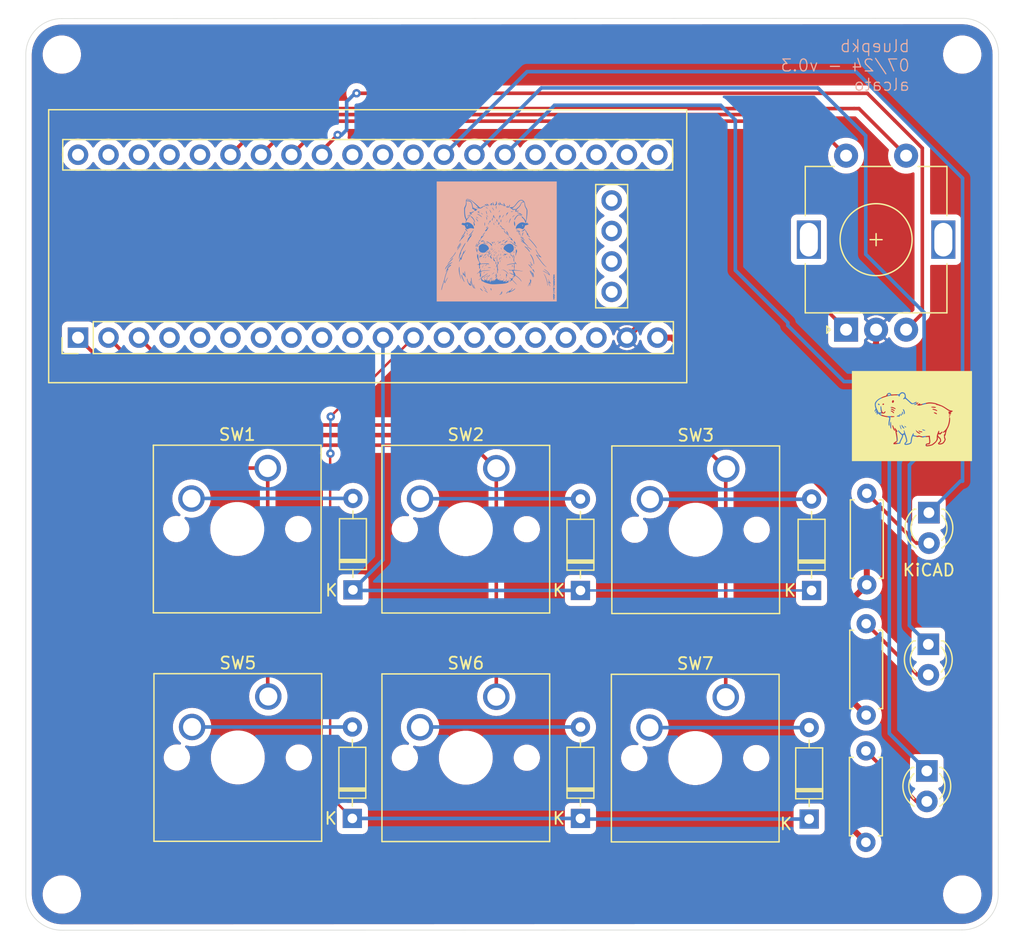
<source format=kicad_pcb>
(kicad_pcb (version 20240108) (generator "pcbnew") (generator_version "8.0")
  (layers (0 "F.Cu" signal) (31 "B.Cu" signal) (34 "B.Paste" user) (35 "F.Paste" user) (36 "B.SilkS" user "B.Silkscreen") (37 "F.SilkS" user "F.Silkscreen") (38 "B.Mask" user) (39 "F.Mask" user) (44 "Edge.Cuts" user))
  (net 0 "")
  (net 1 "Net-(D1-A)")
  (net 2 "/ROW_1")
  (net 3 "Net-(D2-A)")
  (net 4 "Net-(D3-A)")
  (net 6 "Net-(D5-A)")
  (net 7 "/ROW_2")
  (net 8 "Net-(D6-A)")
  (net 9 "Net-(D7-A)")
  (net 11 "/COL_1")
  (net 12 "/COL_2")
  (net 13 "/COL_3")
  (net 14 "/ENCODER_B")
  (net 15 "/ENCODER_S1")
  (net 16 "/ENCODER_S2")
  (net 17 "/ENCODER_A")
  (net 24 "Net-(D4-A)")
  (net 31 "/LED_YELLOW")
  (net 32 "/LED_GREEN")
  (net 43 "Net-(D8-A)")
  (net 50 "/GND")
  (net 51 "/LED_RED")
  (net 52 "Net-(D9-A)")
  (net 53 "+3.3V")
  (footprint "MountingHole:MountingHole_2.7mm_M2.5" (layer "F.Cu") (at 135 20)
    (property "Reference" "H1")
    (property "Value" "MountingHole")
    (pad "" np_thru_hole circle (at 0 0) (size 2.7 2.7) (drill 2.7) (layers "*.Cu" "*.Mask"))
  )
  (footprint "LED_THT:LED_D3.0mm" (layer "F.Cu") (at 207.05 79.7 -90)
    (property "Reference" "D9")
    (property "Value" "LED_Small")
    (pad "1" thru_hole rect (at 0 0 270) (size 1.8 1.8) (drill 0.9) (layers "*.Cu" "*.Mask") (net 51 "/LED_RED"))
    (pad "2" thru_hole circle (at 2.54 0 270) (size 1.8 1.8) (drill 0.9) (layers "*.Cu" "*.Mask") (net 52 "Net-(D9-A)"))
  )
  (footprint "Diode_THT:D_DO-35_SOD27_P7.62mm_Horizontal" (layer "F.Cu") (at 178.2 64.66 90)
    (property "Reference" "D2")
    (property "Value" "1N4148")
    (fp_text user "K" (at 0 -1.8 180) (layer "F.SilkS"))
    (pad "1" thru_hole rect (at 0 0 90) (size 1.6 1.6) (drill 0.8) (layers "*.Cu" "*.Mask") (net 2 "/ROW_1"))
    (pad "2" thru_hole oval (at 7.62 0 90) (size 1.6 1.6) (drill 0.8) (layers "*.Cu" "*.Mask") (net 3 "Net-(D2-A)"))
  )
  (footprint "LED_THT:LED_D3.0mm" (layer "F.Cu") (at 207.175 69.15 -90)
    (property "Reference" "D8")
    (property "Value" "LED_Small")
    (pad "1" thru_hole rect (at 0 0 270) (size 1.8 1.8) (drill 0.9) (layers "*.Cu" "*.Mask") (net 32 "/LED_GREEN"))
    (pad "2" thru_hole circle (at 2.54 0 270) (size 1.8 1.8) (drill 0.9) (layers "*.Cu" "*.Mask") (net 43 "Net-(D8-A)"))
  )
  (footprint "Button_Switch_Keyboard:SW_Cherry_MX_1.00u_PCB" (layer "F.Cu") (at 190.34 54.52)
    (property "Reference" "SW3" (at -2.54 -2.794 0) (layer "F.SilkS"))
    (property "Value" "SW_Push_45deg")
    (pad "" np_thru_hole circle (at -7.62 5.08) (size 1.7 1.7) (drill 1.7) (layers "*.Cu" "*.Mask"))
    (pad "" np_thru_hole circle (at -2.54 5.08) (size 4 4) (drill 4) (layers "*.Cu" "*.Mask"))
    (pad "" np_thru_hole circle (at 2.54 5.08) (size 1.7 1.7) (drill 1.7) (layers "*.Cu" "*.Mask"))
    (pad "1" thru_hole circle (at 0 0) (size 2.2 2.2) (drill 1.5) (layers "*.Cu" "*.Mask") (net 13 "/COL_3"))
    (pad "2" thru_hole circle (at -6.35 2.54) (size 2.2 2.2) (drill 1.5) (layers "*.Cu" "*.Mask") (net 4 "Net-(D3-A)"))
  )
  (footprint "Resistor_THT:R_Axial_DIN0207_L6.3mm_D2.5mm_P7.62mm_Horizontal" (layer "F.Cu") (at 201.975 85.65 90)
    (property "Reference" "R3")
    (property "Value" "330")
    (pad "1" thru_hole circle (at 0 0 90) (size 1.6 1.6) (drill 0.8) (layers "*.Cu" "*.Mask") (net 53 "+3.3V"))
    (pad "2" thru_hole oval (at 7.62 0 90) (size 1.6 1.6) (drill 0.8) (layers "*.Cu" "*.Mask") (net 52 "Net-(D9-A)"))
  )
  (footprint "Kicad-STM32:YAAJ_WeAct_BlackPill_SWD_2" (layer "F.Cu") (at 136.35 43.59 90)
    (property "Reference" "U1")
    (property "Value" "YAAJ_WeAct_BlackPill_Part_Like_SWD_Breakout" (hide yes))
    (pad "1" thru_hole rect (at 0 0 90) (size 1.7 1.7) (drill 1) (layers "*.Cu" "*.Mask") (net 11 "/COL_1"))
    (pad "2" thru_hole circle (at 0 2.54 90) (size 1.7 1.7) (drill 1) (layers "*.Cu" "*.Mask") (net 12 "/COL_2"))
    (pad "3" thru_hole circle (at 0 5.08 90) (size 1.7 1.7) (drill 1) (layers "*.Cu" "*.Mask") (net 13 "/COL_3"))
    (pad "4" thru_hole circle (at 0 7.62 90) (size 1.7 1.7) (drill 1) (layers "*.Cu" "*.Mask"))
    (pad "5" thru_hole circle (at 0 10.16 90) (size 1.7 1.7) (drill 1) (layers "*.Cu" "*.Mask"))
    (pad "6" thru_hole circle (at 0 12.7 90) (size 1.7 1.7) (drill 1) (layers "*.Cu" "*.Mask"))
    (pad "7" thru_hole circle (at 0 15.24 90) (size 1.7 1.7) (drill 1) (layers "*.Cu" "*.Mask"))
    (pad "8" thru_hole circle (at 0 17.78 90) (size 1.7 1.7) (drill 1) (layers "*.Cu" "*.Mask"))
    (pad "9" thru_hole circle (at 0 20.32 90) (size 1.7 1.7) (drill 1) (layers "*.Cu" "*.Mask"))
    (pad "10" thru_hole circle (at 0 22.86 90) (size 1.7 1.7) (drill 1) (layers "*.Cu" "*.Mask"))
    (pad "11" thru_hole circle (at 0 25.4 90) (size 1.7 1.7) (drill 1) (layers "*.Cu" "*.Mask") (net 2 "/ROW_1"))
    (pad "12" thru_hole circle (at 0 27.94 90) (size 1.7 1.7) (drill 1) (layers "*.Cu" "*.Mask") (net 7 "/ROW_2"))
    (pad "13" thru_hole circle (at 0 30.48 90) (size 1.7 1.7) (drill 1) (layers "*.Cu" "*.Mask"))
    (pad "14" thru_hole circle (at 0 33.02 90) (size 1.7 1.7) (drill 1) (layers "*.Cu" "*.Mask"))
    (pad "15" thru_hole circle (at 0 35.56 90) (size 1.7 1.7) (drill 1) (layers "*.Cu" "*.Mask"))
    (pad "16" thru_hole circle (at 0 38.1 90) (size 1.7 1.7) (drill 1) (layers "*.Cu" "*.Mask"))
    (pad "17" thru_hole circle (at 0 40.64 90) (size 1.7 1.7) (drill 1) (layers "*.Cu" "*.Mask"))
    (pad "18" thru_hole circle (at 0 43.18 90) (size 1.7 1.7) (drill 1) (layers "*.Cu" "*.Mask"))
    (pad "19" thru_hole circle (at 0 45.72 90) (size 1.7 1.7) (drill 1) (layers "*.Cu" "*.Mask") (net 50 "/GND"))
    (pad "20" thru_hole circle (at 0 48.26 90) (size 1.7 1.7) (drill 1) (layers "*.Cu" "*.Mask") (net 53 "+3.3V"))
    (pad "21" thru_hole circle (at 15.24 48.26 90) (size 1.7 1.7) (drill 1) (layers "*.Cu" "*.Mask"))
    (pad "22" thru_hole circle (at 15.24 45.72 90) (size 1.7 1.7) (drill 1) (layers "*.Cu" "*.Mask"))
    (pad "23" thru_hole circle (at 15.24 43.18 90) (size 1.7 1.7) (drill 1) (layers "*.Cu" "*.Mask"))
    (pad "24" thru_hole circle (at 15.24 40.64 90) (size 1.7 1.7) (drill 1) (layers "*.Cu" "*.Mask"))
    (pad "25" thru_hole circle (at 15.24 38.1 90) (size 1.7 1.7) (drill 1) (layers "*.Cu" "*.Mask"))
    (pad "26" thru_hole circle (at 15.24 35.56 90) (size 1.7 1.7) (drill 1) (layers "*.Cu" "*.Mask") (net 51 "/LED_RED"))
    (pad "27" thru_hole circle (at 15.24 33.02 90) (size 1.7 1.7) (drill 1) (layers "*.Cu" "*.Mask") (net 32 "/LED_GREEN"))
    (pad "28" thru_hole circle (at 15.24 30.48 90) (size 1.7 1.7) (drill 1) (layers "*.Cu" "*.Mask") (net 31 "/LED_YELLOW"))
    (pad "29" thru_hole circle (at 15.24 27.94 90) (size 1.7 1.7) (drill 1) (layers "*.Cu" "*.Mask"))
    (pad "30" thru_hole circle (at 15.24 25.4 90) (size 1.7 1.7) (drill 1) (layers "*.Cu" "*.Mask"))
    (pad "31" thru_hole circle (at 15.24 22.86 90) (size 1.7 1.7) (drill 1) (layers "*.Cu" "*.Mask"))
    (pad "32" thru_hole circle (at 15.24 20.32 90) (size 1.7 1.7) (drill 1) (layers "*.Cu" "*.Mask") (net 14 "/ENCODER_B"))
    (pad "33" thru_hole circle (at 15.24 17.78 90) (size 1.7 1.7) (drill 1) (layers "*.Cu" "*.Mask") (net 17 "/ENCODER_A"))
    (pad "34" thru_hole circle (at 15.24 15.24 90) (size 1.7 1.7) (drill 1) (layers "*.Cu" "*.Mask") (net 16 "/ENCODER_S2"))
    (pad "35" thru_hole circle (at 15.24 12.7 90) (size 1.7 1.7) (drill 1) (layers "*.Cu" "*.Mask") (net 15 "/ENCODER_S1"))
    (pad "36" thru_hole circle (at 15.24 10.16 90) (size 1.7 1.7) (drill 1) (layers "*.Cu" "*.Mask"))
    (pad "37" thru_hole circle (at 15.24 7.62 90) (size 1.7 1.7) (drill 1) (layers "*.Cu" "*.Mask"))
    (pad "38" thru_hole circle (at 15.24 5.08 90) (size 1.7 1.7) (drill 1) (layers "*.Cu" "*.Mask"))
    (pad "39" thru_hole circle (at 15.24 2.54 90) (size 1.7 1.7) (drill 1) (layers "*.Cu" "*.Mask"))
    (pad "40" thru_hole circle (at 15.24 0 90) (size 1.7 1.7) (drill 1) (layers "*.Cu" "*.Mask"))
    (pad "41" thru_hole circle (at 11.432 44.449 90) (size 1.7 1.7) (drill 1) (layers "*.Cu" "*.Mask"))
    (pad "42" thru_hole circle (at 8.892 44.449 90) (size 1.7 1.7) (drill 1) (layers "*.Cu" "*.Mask"))
    (pad "43" thru_hole circle (at 6.352 44.449 90) (size 1.7 1.7) (drill 1) (layers "*.Cu" "*.Mask"))
    (pad "44" thru_hole circle (at 3.812 44.449 90) (size 1.7 1.7) (drill 1) (layers "*.Cu" "*.Mask"))
  )
  (footprint "Diode_THT:D_DO-35_SOD27_P7.62mm_Horizontal" (layer "F.Cu") (at 159.25 64.61 90)
    (property "Reference" "D1")
    (property "Value" "1N4148")
    (fp_text user "K" (at -0.04 -1.8 180) (layer "F.SilkS"))
    (pad "1" thru_hole rect (at 0 0 90) (size 1.6 1.6) (drill 0.8) (layers "*.Cu" "*.Mask") (net 2 "/ROW_1"))
    (pad "2" thru_hole oval (at 7.62 0 90) (size 1.6 1.6) (drill 0.8) (layers "*.Cu" "*.Mask") (net 1 "Net-(D1-A)"))
  )
  (footprint "LED_THT:LED_D3.0mm" (layer "F.Cu") (at 207.225 58.175 -90)
    (property "Reference" "D4")
    (property "Value" "LED_Small")
    (pad "1" thru_hole rect (at 0 0 270) (size 1.8 1.8) (drill 0.9) (layers "*.Cu" "*.Mask") (net 31 "/LED_YELLOW"))
    (pad "2" thru_hole circle (at 2.54 0 270) (size 1.8 1.8) (drill 0.9) (layers "*.Cu" "*.Mask") (net 24 "Net-(D4-A)"))
  )
  (footprint "Button_Switch_Keyboard:SW_Cherry_MX_1.00u_PCB" (layer "F.Cu") (at 190.3 73.55)
    (property "Reference" "SW7" (at -2.54 -2.794 0) (layer "F.SilkS"))
    (property "Value" "SW_Push_45deg")
    (pad "" np_thru_hole circle (at -7.62 5.08) (size 1.7 1.7) (drill 1.7) (layers "*.Cu" "*.Mask"))
    (pad "" np_thru_hole circle (at -2.54 5.08) (size 4 4) (drill 4) (layers "*.Cu" "*.Mask"))
    (pad "" np_thru_hole circle (at 2.54 5.08) (size 1.7 1.7) (drill 1.7) (layers "*.Cu" "*.Mask"))
    (pad "1" thru_hole circle (at 0 0) (size 2.2 2.2) (drill 1.5) (layers "*.Cu" "*.Mask") (net 13 "/COL_3"))
    (pad "2" thru_hole circle (at -6.35 2.54) (size 2.2 2.2) (drill 1.5) (layers "*.Cu" "*.Mask") (net 9 "Net-(D7-A)"))
  )
  (footprint "Diode_THT:D_DO-35_SOD27_P7.62mm_Horizontal" (layer "F.Cu") (at 159.2 83.66 90)
    (property "Reference" "D5")
    (property "Value" "1N4148")
    (fp_text user "K" (at 0 -1.8 180) (layer "F.SilkS"))
    (pad "1" thru_hole rect (at 0 0 90) (size 1.6 1.6) (drill 0.8) (layers "*.Cu" "*.Mask") (net 7 "/ROW_2"))
    (pad "2" thru_hole oval (at 7.62 0 90) (size 1.6 1.6) (drill 0.8) (layers "*.Cu" "*.Mask") (net 6 "Net-(D5-A)"))
  )
  (footprint "Diode_THT:D_DO-35_SOD27_P7.62mm_Horizontal" (layer "F.Cu") (at 178.2 83.66 90)
    (property "Reference" "D6")
    (property "Value" "1N4148")
    (fp_text user "K" (at 0 -1.8 180) (layer "F.SilkS"))
    (pad "1" thru_hole rect (at 0 0 90) (size 1.6 1.6) (drill 0.8) (layers "*.Cu" "*.Mask") (net 7 "/ROW_2"))
    (pad "2" thru_hole oval (at 7.62 0 90) (size 1.6 1.6) (drill 0.8) (layers "*.Cu" "*.Mask") (net 8 "Net-(D6-A)"))
  )
  (footprint "Diode_THT:D_DO-35_SOD27_P7.62mm_Horizontal" (layer "F.Cu") (at 197.25 83.71 90)
    (property "Reference" "D7")
    (property "Value" "1N4148")
    (pad "1" thru_hole rect (at 0 0 90) (size 1.6 1.6) (drill 0.8) (layers "*.Cu" "*.Mask") (net 7 "/ROW_2"))
    (pad "2" thru_hole oval (at 7.62 0 90) (size 1.6 1.6) (drill 0.8) (layers "*.Cu" "*.Mask") (net 9 "Net-(D7-A)"))
  )
  (footprint "Button_Switch_Keyboard:SW_Cherry_MX_1.00u_PCB" (layer "F.Cu") (at 171.19 73.52)
    (property "Reference" "SW6" (at -2.54 -2.794 0) (layer "F.SilkS"))
    (property "Value" "SW_Push_45deg")
    (pad "" np_thru_hole circle (at -7.62 5.08) (size 1.7 1.7) (drill 1.7) (layers "*.Cu" "*.Mask"))
    (pad "" np_thru_hole circle (at -2.54 5.08) (size 4 4) (drill 4) (layers "*.Cu" "*.Mask"))
    (pad "" np_thru_hole circle (at 2.54 5.08) (size 1.7 1.7) (drill 1.7) (layers "*.Cu" "*.Mask"))
    (pad "1" thru_hole circle (at 0 0) (size 2.2 2.2) (drill 1.5) (layers "*.Cu" "*.Mask") (net 12 "/COL_2"))
    (pad "2" thru_hole circle (at -6.35 2.54) (size 2.2 2.2) (drill 1.5) (layers "*.Cu" "*.Mask") (net 8 "Net-(D6-A)"))
  )
  (footprint "Button_Switch_Keyboard:SW_Cherry_MX_1.00u_PCB" (layer "F.Cu") (at 152.2 73.5)
    (property "Reference" "SW5" (at -2.54 -2.794 0) (layer "F.SilkS"))
    (property "Value" "SW_Push_45deg")
    (pad "" np_thru_hole circle (at -7.62 5.08) (size 1.7 1.7) (drill 1.7) (layers "*.Cu" "*.Mask"))
    (pad "" np_thru_hole circle (at -2.54 5.08) (size 4 4) (drill 4) (layers "*.Cu" "*.Mask"))
    (pad "" np_thru_hole circle (at 2.54 5.08) (size 1.7 1.7) (drill 1.7) (layers "*.Cu" "*.Mask"))
    (pad "1" thru_hole circle (at 0 0) (size 2.2 2.2) (drill 1.5) (layers "*.Cu" "*.Mask") (net 11 "/COL_1"))
    (pad "2" thru_hole circle (at -6.35 2.54) (size 2.2 2.2) (drill 1.5) (layers "*.Cu" "*.Mask") (net 6 "Net-(D5-A)"))
  )
  (footprint "Diode_THT:D_DO-35_SOD27_P7.62mm_Horizontal" (layer "F.Cu") (at 197.45 64.66 90)
    (property "Reference" "D3")
    (property "Value" "1N4148")
    (fp_text user "K" (at 0 -1.8 180) (layer "F.SilkS"))
    (pad "1" thru_hole rect (at 0 0 90) (size 1.6 1.6) (drill 0.8) (layers "*.Cu" "*.Mask") (net 2 "/ROW_1"))
    (pad "2" thru_hole oval (at 7.62 0 90) (size 1.6 1.6) (drill 0.8) (layers "*.Cu" "*.Mask") (net 4 "Net-(D3-A)"))
  )
  (footprint "Rotary_Encoder:RotaryEncoder_Alps_EC11E-Switch_Vertical_H20mm" (layer "F.Cu") (at 200.325 42.925 90)
    (property "Reference" "SW13")
    (property "Value" "RotaryEncoder_Switch")
    (pad "A" thru_hole rect (at 0 0 90) (size 2 2) (drill 1) (layers "*.Cu" "*.Mask") (net 17 "/ENCODER_A"))
    (pad "B" thru_hole circle (at 0 5 90) (size 2 2) (drill 1) (layers "*.Cu" "*.Mask") (net 14 "/ENCODER_B"))
    (pad "C" thru_hole circle (at 0 2.5 90) (size 2 2) (drill 1) (layers "*.Cu" "*.Mask") (net 50 "/GND"))
    (pad "MP" thru_hole rect (at 7.5 -3.1 90) (size 3.2 2) (drill oval 2.8 1.5) (layers "*.Cu" "*.Mask"))
    (pad "MP" thru_hole rect (at 7.5 8.1 90) (size 3.2 2) (drill oval 2.8 1.5) (layers "*.Cu" "*.Mask"))
    (pad "S1" thru_hole circle (at 14.5 5 90) (size 2 2) (drill 1) (layers "*.Cu" "*.Mask") (net 15 "/ENCODER_S1"))
    (pad "S2" thru_hole circle (at 14.5 0 90) (size 2 2) (drill 1) (layers "*.Cu" "*.Mask") (net 16 "/ENCODER_S2"))
  )
  (footprint "Button_Switch_Keyboard:SW_Cherry_MX_1.00u_PCB" (layer "F.Cu") (at 152.15 54.46)
    (property "Reference" "SW1" (at -2.54 -2.794 0) (layer "F.SilkS"))
    (property "Value" "SW_Push_45deg")
    (pad "" np_thru_hole circle (at -7.62 5.08) (size 1.7 1.7) (drill 1.7) (layers "*.Cu" "*.Mask"))
    (pad "" np_thru_hole circle (at -2.54 5.08) (size 4 4) (drill 4) (layers "*.Cu" "*.Mask"))
    (pad "" np_thru_hole circle (at 2.54 5.08) (size 1.7 1.7) (drill 1.7) (layers "*.Cu" "*.Mask"))
    (pad "1" thru_hole circle (at 0 0) (size 2.2 2.2) (drill 1.5) (layers "*.Cu" "*.Mask") (net 11 "/COL_1"))
    (pad "2" thru_hole circle (at -6.35 2.54) (size 2.2 2.2) (drill 1.5) (layers "*.Cu" "*.Mask") (net 1 "Net-(D1-A)"))
  )
  (footprint "Resistor_THT:R_Axial_DIN0207_L6.3mm_D2.5mm_P7.62mm_Horizontal" (layer "F.Cu") (at 202 75.05 90)
    (property "Reference" "R2")
    (property "Value" "330")
    (pad "1" thru_hole circle (at 0 0 90) (size 1.6 1.6) (drill 0.8) (layers "*.Cu" "*.Mask") (net 53 "+3.3V"))
    (pad "2" thru_hole oval (at 7.62 0 90) (size 1.6 1.6) (drill 0.8) (layers "*.Cu" "*.Mask") (net 43 "Net-(D8-A)"))
  )
  (footprint "Resistor_THT:R_Axial_DIN0207_L6.3mm_D2.5mm_P7.62mm_Horizontal" (layer "F.Cu") (at 202.05 64.185 90)
    (property "Reference" "R1")
    (property "Value" "330")
    (pad "1" thru_hole circle (at 0 0 90) (size 1.6 1.6) (drill 0.8) (layers "*.Cu" "*.Mask") (net 53 "+3.3V"))
    (pad "2" thru_hole oval (at 7.62 0 90) (size 1.6 1.6) (drill 0.8) (layers "*.Cu" "*.Mask") (net 24 "Net-(D4-A)"))
  )
  (footprint "LOGO" (layer "F.Cu") (at 205.8 50.125)
    (property "Reference" "G***" (hide yes))
    (property "Value" "LOGO" (hide yes))
  )
  (footprint "MountingHole:MountingHole_2.7mm_M2.5" (layer "F.Cu") (at 210 90)
    (property "Reference" "H4")
    (property "Value" "MountingHole")
    (pad "" np_thru_hole circle (at 0 0) (size 2.7 2.7) (drill 2.7) (layers "*.Cu" "*.Mask"))
  )
  (footprint "MountingHole:MountingHole_2.7mm_M2.5" (layer "F.Cu") (at 135 90)
    (property "Reference" "H3")
    (property "Value" "MountingHole")
    (pad "" np_thru_hole circle (at 0 0) (size 2.7 2.7) (drill 2.7) (layers "*.Cu" "*.Mask"))
  )
  (footprint "MountingHole:MountingHole_2.7mm_M2.5" (layer "F.Cu") (at 210 20)
    (property "Reference" "H2")
    (property "Value" "MountingHole")
    (pad "" np_thru_hole circle (at 0 0) (size 2.7 2.7) (drill 2.7) (layers "*.Cu" "*.Mask"))
  )
  (footprint "Button_Switch_Keyboard:SW_Cherry_MX_1.00u_PCB" (layer "F.Cu") (at 171.19 54.475)
    (property "Reference" "SW2" (at -2.54 -2.794 0) (layer "F.SilkS"))
    (property "Value" "SW_Push_45deg")
    (pad "" np_thru_hole circle (at -7.62 5.08) (size 1.7 1.7) (drill 1.7) (layers "*.Cu" "*.Mask"))
    (pad "" np_thru_hole circle (at -2.54 5.08) (size 4 4) (drill 4) (layers "*.Cu" "*.Mask"))
    (pad "" np_thru_hole circle (at 2.54 5.08) (size 1.7 1.7) (drill 1.7) (layers "*.Cu" "*.Mask"))
    (pad "1" thru_hole circle (at 0 0) (size 2.2 2.2) (drill 1.5) (layers "*.Cu" "*.Mask") (net 12 "/COL_2"))
    (pad "2" thru_hole circle (at -6.35 2.54) (size 2.2 2.2) (drill 1.5) (layers "*.Cu" "*.Mask") (net 3 "Net-(D2-A)"))
  )
  (footprint "LOGO" (layer "B.Cu") (at 171.225 35.575 180)
    (property "Reference" "G***" (hide yes))
    (property "Value" "LOGO" (hide yes))
  )
  (gr_line (start 209.97541 92.950003) (end 135 92.975) (stroke (width 0.05)) (layer "Edge.Cuts"))
  (gr_arc (start 132 20) (mid 132.87868 17.87868) (end 135 17) (stroke (width 0.05)) (layer "Edge.Cuts"))
  (gr_arc (start 135 92.975) (mid 132.87868 92.09632) (end 132 89.975) (stroke (width 0.05)) (layer "Edge.Cuts"))
  (gr_arc (start 213 89.975) (mid 212.103789 92.088854) (end 209.97541 92.950003) (stroke (width 0.05)) (layer "Edge.Cuts"))
  (gr_line (start 132 89.975) (end 132 20) (stroke (width 0.05)) (layer "Edge.Cuts"))
  (gr_line (start 213.025 19.975) (end 213 89.975) (stroke (width 0.05)) (layer "Edge.Cuts"))
  (gr_line (start 135 17) (end 210.025 16.975) (stroke (width 0.05)) (layer "Edge.Cuts"))
  (gr_arc (start 210.025 16.975) (mid 212.14632 17.85368) (end 213.025 19.975) (stroke (width 0.05)) (layer "Edge.Cuts"))
  (gr_text "bluepkb\n07/24 - v0.3\nalcato" (at 205.7 23.1 0) (layer "B.SilkS") (effects (font (size 1 1) (thickness 0.1)) (justify left bottom mirror)))
  (gr_text "KiCAD" (at 204.95 63.55 0) (layer "F.SilkS") (effects (font (size 1 1)) (justify left bottom)))
  (gr_text "K" (at 194.725 84.7 0) (layer "F.SilkS") (effects (font (size 1 1)) (justify left bottom)))
  (segment (start 159.25 56.99) (end 145.81 56.99) (width 0.3) (layer "B.Cu") (net 1))
  (segment (start 145.81 56.99) (end 145.8 57) (width 0.3) (layer "B.Cu") (net 1))
  (segment (start 161.75 62.11) (end 161.75 43.59) (width 0.3) (layer "B.Cu") (net 2))
  (segment (start 159.3 64.66) (end 159.25 64.61) (width 0.3) (layer "B.Cu") (net 2))
  (segment (start 178.2 64.66) (end 159.3 64.66) (width 0.3) (layer "B.Cu") (net 2))
  (segment (start 159.25 64.61) (end 161.75 62.11) (width 0.3) (layer "B.Cu") (net 2))
  (segment (start 197.45 64.66) (end 178.2 64.66) (width 0.2) (layer "B.Cu") (net 2))
  (segment (start 164.84 57.015) (end 178.175 57.015) (width 0.3) (layer "B.Cu") (net 3))
  (segment (start 178.175 57.015) (end 178.2 57.04) (width 0.3) (layer "B.Cu") (net 3))
  (segment (start 183.99 57.06) (end 197.43 57.06) (width 0.3) (layer "B.Cu") (net 4))
  (segment (start 197.43 57.06) (end 197.45 57.04) (width 0.3) (layer "B.Cu") (net 4))
  (segment (start 159.2 76.04) (end 145.85 76.04) (width 0.3) (layer "B.Cu") (net 6))
  (segment (start 157.35 81.81) (end 159.2 83.66) (width 0.2) (layer "F.Cu") (net 7))
  (segment (start 158.15 49.4) (end 158.48 49.4) (width 0.2) (layer "F.Cu") (net 7))
  (segment (start 157.35 53.275) (end 157.375 53.25) (width 0.2) (layer "F.Cu") (net 7))
  (segment (start 157.35 53.45) (end 157.35 53.275) (width 0.2) (layer "F.Cu") (net 7))
  (segment (start 158.48 49.4) (end 164.29 43.59) (width 0.2) (layer "F.Cu") (net 7))
  (segment (start 157.35 53.45) (end 157.35 54.025) (width 0.2) (layer "F.Cu") (net 7))
  (segment (start 157.4 50.15) (end 158.15 49.4) (width 0.2) (layer "F.Cu") (net 7))
  (segment (start 157.4 50.175) (end 157.4 50.15) (width 0.2) (layer "F.Cu") (net 7))
  (segment (start 157.35 54.025) (end 157.35 81.81) (width 0.2) (layer "F.Cu") (net 7))
  (via (at 157.4 50.175) (size 0.7) (drill 0.3) (layers "F.Cu" "B.Cu") (net 7))
  (via (at 157.375 53.25) (size 0.7) (drill 0.3) (layers "F.Cu" "B.Cu") (net 7))
  (segment (start 157.375 53.25) (end 157.375 50.2) (width 0.2) (layer "B.Cu") (net 7))
  (segment (start 197.25 83.71) (end 178.25 83.71) (width 0.3) (layer "B.Cu") (net 7))
  (segment (start 178.25 83.71) (end 178.2 83.66) (width 0.3) (layer "B.Cu") (net 7))
  (segment (start 157.375 50.2) (end 157.4 50.175) (width 0.2) (layer "B.Cu") (net 7))
  (segment (start 178.2 83.66) (end 159.2 83.66) (width 0.3) (layer "B.Cu") (net 7))
  (segment (start 164.86 76.04) (end 164.84 76.06) (width 0.3) (layer "B.Cu") (net 8))
  (segment (start 178.2 76.04) (end 164.86 76.04) (width 0.3) (layer "B.Cu") (net 8))
  (segment (start 197.25 76.09) (end 183.95 76.09) (width 0.3) (layer "B.Cu") (net 9))
  (segment (start 152.15 73.45) (end 152.2 73.5) (width 0.3) (layer "F.Cu") (net 11))
  (segment (start 152.15 54.46) (end 152.15 73.45) (width 0.3) (layer "F.Cu") (net 11))
  (segment (start 152.15 54.46) (end 147.22 54.46) (width 0.3) (layer "F.Cu") (net 11))
  (segment (start 147.22 54.46) (end 136.35 43.59) (width 0.3) (layer "F.Cu") (net 11))
  (segment (start 171.19 54.475) (end 171.19 73.52) (width 0.3) (layer "F.Cu") (net 12))
  (segment (start 147.85 52.55) (end 138.89 43.59) (width 0.3) (layer "F.Cu") (net 12))
  (segment (start 169.2 52.55) (end 147.85 52.55) (width 0.3) (layer "F.Cu") (net 12))
  (segment (start 171.19 54.475) (end 171.125 54.475) (width 0.3) (layer "F.Cu") (net 12))
  (segment (start 171.125 54.475) (end 169.2 52.55) (width 0.3) (layer "F.Cu") (net 12))
  (segment (start 190.34 54.52) (end 186.695 50.875) (width 0.3) (layer "F.Cu") (net 13))
  (segment (start 190.34 54.52) (end 190.34 54.66) (width 0.3) (layer "F.Cu") (net 13))
  (segment (start 190.3 54.7) (end 190.3 73.55) (width 0.3) (layer "F.Cu") (net 13))
  (segment (start 148.715 50.875) (end 141.43 43.59) (width 0.3) (layer "F.Cu") (net 13))
  (segment (start 190.34 54.66) (end 190.3 54.7) (width 0.3) (layer "F.Cu") (net 13))
  (segment (start 186.695 50.875) (end 148.715 50.875) (width 0.3) (layer "F.Cu") (net 13))
  (segment (start 202.1 23.225) (end 204.375 25.5) (width 0.3) (layer "F.Cu") (net 14))
  (segment (start 206.675 41.575) (end 206.675 27.8) (width 0.3) (layer "F.Cu") (net 14))
  (segment (start 156.67 28.35) (end 156.67 28.005) (width 0.3) (layer "F.Cu") (net 14))
  (segment (start 205.325 42.925) (end 206.675 41.575) (width 0.3) (layer "F.Cu") (net 14))
  (segment (start 159.55 23.225) (end 202.1 23.225) (width 0.3) (layer "F.Cu") (net 14))
  (segment (start 206.675 27.8) (end 204.375 25.5) (width 0.3) (layer "F.Cu") (net 14))
  (segment (start 156.67 28.005) (end 157.975 26.7) (width 0.3) (layer "F.Cu") (net 14))
  (via (at 159.55 23.225) (size 0.7) (drill 0.3) (layers "F.Cu" "B.Cu") (net 14))
  (via (at 157.975 26.7) (size 0.7) (drill 0.3) (layers "F.Cu" "B.Cu") (net 14))
  (segment (start 159.425 23.225) (end 159.55 23.225) (width 0.3) (layer "B.Cu") (net 14))
  (segment (start 158.725 26.275) (end 158.725 23.925) (width 0.3) (layer "B.Cu") (net 14))
  (segment (start 158.725 23.925) (end 159.425 23.225) (width 0.3) (layer "B.Cu") (net 14))
  (segment (start 158.3 26.7) (end 158.725 26.275) (width 0.3) (layer "B.Cu") (net 14))
  (segment (start 157.975 26.7) (end 158.3 26.7) (width 0.3) (layer "B.Cu") (net 14))
  (segment (start 201.4 24.5) (end 201 24.5) (width 0.3) (layer "F.Cu") (net 15))
  (segment (start 201 24.5) (end 152.9 24.5) (width 0.3) (layer "F.Cu") (net 15))
  (segment (start 152.9 24.5) (end 149.05 28.35) (width 0.3) (layer "F.Cu") (net 15))
  (segment (start 205.325 28.425) (end 201.4 24.5) (width 0.3) (layer "F.Cu") (net 15))
  (segment (start 154.94 25) (end 151.59 28.35) (width 0.3) (layer "F.Cu") (net 16))
  (segment (start 196.65 25) (end 154.94 25) (width 0.3) (layer "F.Cu") (net 16))
  (segment (start 196.9 25) (end 196.65 25) (width 0.3) (layer "F.Cu") (net 16))
  (segment (start 200.325 28.425) (end 196.9 25) (width 0.3) (layer "F.Cu") (net 16))
  (segment (start 192.05 25.55) (end 156.93 25.55) (width 0.3) (layer "F.Cu") (net 17))
  (segment (start 200.325 42.925) (end 193.05 35.65) (width 0.3) (layer "F.Cu") (net 17))
  (segment (start 156.93 25.55) (end 154.13 28.35) (width 0.3) (layer "F.Cu") (net 17))
  (segment (start 193.05 26.55) (end 192.05 25.55) (width 0.3) (layer "F.Cu") (net 17))
  (segment (start 193.05 35.65) (end 193.05 26.55) (width 0.3) (layer "F.Cu") (net 17))
  (segment (start 206.2 60.715) (end 207.225 60.715) (width 0.3) (layer "F.Cu") (net 24))
  (segment (start 202.05 56.565) (end 206.2 60.715) (width 0.3) (layer "F.Cu") (net 24))
  (segment (start 207.225 58.175) (end 209.85 55.55) (width 0.3) (layer "B.Cu") (net 31))
  (segment (start 209.85 55.55) (end 210.025 55.55) (width 0.3) (layer "B.Cu") (net 31))
  (segment (start 173.755 21.425) (end 166.83 28.35) (width 0.3) (layer "B.Cu") (net 31))
  (segment (start 210.025 30.3) (end 201.15 21.425) (width 0.3) (layer "B.Cu") (net 31))
  (segment (start 201.15 21.425) (end 173.755 21.425) (width 0.3) (layer "B.Cu") (net 31))
  (segment (start 210.025 55.55) (end 210.025 30.3) (width 0.3) (layer "B.Cu") (net 31))
  (segment (start 206.825 52.975) (end 205.6 54.2) (width 0.3) (layer "B.Cu") (net 32))
  (segment (start 206.825 41.5) (end 206.825 52.975) (width 0.3) (layer "B.Cu") (net 32))
  (segment (start 205.6 54.2) (end 205.6 67.575) (width 0.3) (layer "B.Cu") (net 32))
  (segment (start 205.6 67.575) (end 207.175 69.15) (width 0.3) (layer "B.Cu") (net 32))
  (segment (start 174.945 22.775) (end 197.975 22.775) (width 0.3) (layer "B.Cu") (net 32))
  (segment (start 197.975 22.775) (end 201.9625 26.7625) (width 0.3) (layer "B.Cu") (net 32))
  (segment (start 201.9625 26.7625) (end 201.9625 36.6375) (width 0.3) (layer "B.Cu") (net 32))
  (segment (start 169.37 28.35) (end 174.945 22.775) (width 0.3) (layer "B.Cu") (net 32))
  (segment (start 201.9625 36.6375) (end 206.825 41.5) (width 0.3) (layer "B.Cu") (net 32))
  (segment (start 202 67.43) (end 206.26 71.69) (width 0.3) (layer "F.Cu") (net 43))
  (segment (start 206.26 71.69) (end 207.175 71.69) (width 0.3) (layer "F.Cu") (net 43))
  (segment (start 200.45 46.45) (end 200.475 46.475) (width 0.5) (layer "F.Cu") (net 50))
  (segment (start 197.625 46.45) (end 200.45 46.45) (width 0.5) (layer "F.Cu") (net 50))
  (segment (start 182.07 43.59) (end 184.335 41.325) (width 0.5) (layer "F.Cu") (net 50))
  (segment (start 192.5 41.325) (end 197.625 46.45) (width 0.5) (layer "F.Cu") (net 50))
  (segment (start 202.825 44.125) (end 202.825 42.925) (width 0.5) (layer "F.Cu") (net 50))
  (segment (start 200.475 46.475) (end 202.825 44.125) (width 0.5) (layer "F.Cu") (net 50))
  (segment (start 184.335 41.325) (end 192.5 41.325) (width 0.5) (layer "F.Cu") (net 50))
  (segment (start 195.475 42.35) (end 191.1 37.975) (width 0.3) (layer "B.Cu") (net 51))
  (segment (start 191.1 37.975) (end 191.1 25.45) (width 0.3) (layer "B.Cu") (net 51))
  (segment (start 207.05 79.7) (end 203.925 76.575) (width 0.3) (layer "B.Cu") (net 51))
  (segment (start 203.925 48.05) (end 203.125 47.25) (width 0.3) (layer "B.Cu") (net 51))
  (segment (start 203.925 76.575) (end 203.925 48.05) (width 0.3) (layer "B.Cu") (net 51))
  (segment (start 200.15 47.25) (end 195.475 42.575) (width 0.3) (layer "B.Cu") (net 51))
  (segment (start 195.475 42.575) (end 195.475 42.35) (width 0.3) (layer "B.Cu") (net 51))
  (segment (start 176.035 24.225) (end 171.91 28.35) (width 0.3) (layer "B.Cu") (net 51))
  (segment (start 189.875 24.225) (end 176.035 24.225) (width 0.3) (layer "B.Cu") (net 51))
  (segment (start 203.125 47.25) (end 200.15 47.25) (width 0.3) (layer "B.Cu") (net 51))
  (segment (start 191.1 25.45) (end 189.875 24.225) (width 0.3) (layer "B.Cu") (net 51))
  (segment (start 206.185 82.24) (end 207.05 82.24) (width 0.3) (layer "F.Cu") (net 52))
  (segment (start 201.975 78.03) (end 206.185 82.24) (width 0.3) (layer "F.Cu") (net 52))
  (segment (start 200.175 73.225) (end 202 75.05) (width 0.5) (layer "F.Cu") (net 53))
  (segment (start 202.05 64.185) (end 200.175 66.06) (width 0.5) (layer "F.Cu") (net 53))
  (segment (start 200.175 73.075) (end 200.175 83.85) (width 0.5) (layer "F.Cu") (net 53))
  (segment (start 200.175 73.075) (end 200.175 73.225) (width 0.3) (layer "F.Cu") (net 53))
  (segment (start 202.05 59.827919) (end 202.05 64.185) (width 0.5) (layer "F.Cu") (net 53))
  (segment (start 185.812081 43.59) (end 202.05 59.827919) (width 0.5) (layer "F.Cu") (net 53))
  (segment (start 184.61 43.59) (end 185.812081 43.59) (width 0.5) (layer "F.Cu") (net 53))
  (segment (start 200.175 83.85) (end 201.975 85.65) (width 0.5) (layer "F.Cu") (net 53))
  (segment (start 200.175 66.06) (end 200.175 73.075) (width 0.5) (layer "F.Cu") (net 53))
  (zone (net 50) (net_name "/GND") (layers "F&B.Cu") (connect_pads (clearance 0.5)) (min_thickness 0.2) (fill yes (thermal_gap 0.2) (thermal_bridge_width 0.22))
    (polygon (pts (xy 132 17) (xy 213 17) (xy 213 93) (xy 132 93)))
  )
)
</source>
